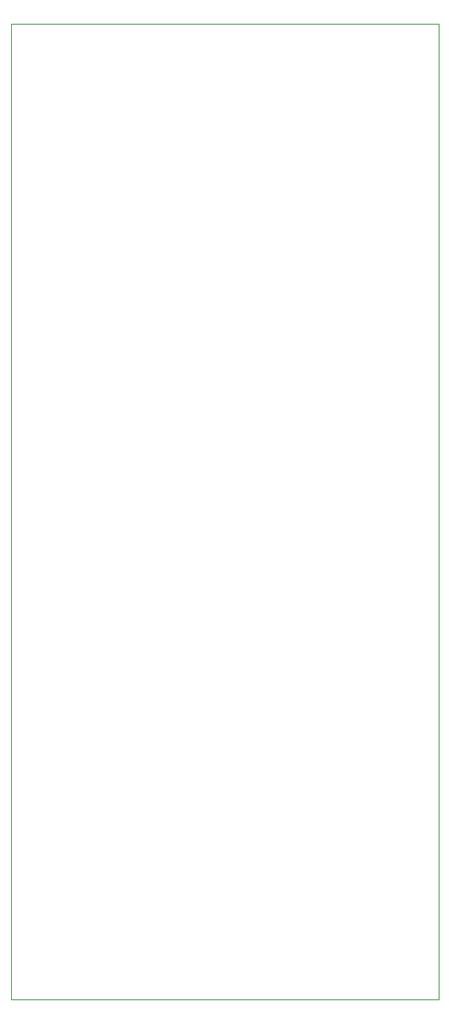
<source format=gbs>
*%FSLAX23Y23*%
*%MOIN*%
G01*
D14*
X9100Y10050D02*
X10900D01*
Y5950D02*
X9100D01*
Y10050D01*
X10900D02*
Y5950D01*
D17*
X10800Y6300D02*
D03*
X10295Y8200D02*
D03*
X10240Y8300D02*
D03*
X10275Y8900D02*
D03*
X10355Y7470D02*
D03*
X10375Y6550D02*
D03*
X10100Y9075D02*
D03*
X10050Y8350D02*
D03*
X10015Y8200D02*
D03*
X10125Y7025D02*
D03*
X10075Y7075D02*
D03*
X10050Y8155D02*
D03*
X9975Y8450D02*
D03*
Y7500D02*
D03*
Y7550D02*
D03*
Y8000D02*
D03*
X9900Y6300D02*
D03*
X9700Y8500D02*
D03*
X9665Y8640D02*
D03*
X9765Y7285D02*
D03*
X9700Y7400D02*
D03*
X9665Y7125D02*
D03*
Y7900D02*
D03*
X9465Y9800D02*
D03*
X9550Y9075D02*
D03*
X9425Y9525D02*
D03*
X9500Y7250D02*
D03*
Y7450D02*
D03*
Y8155D02*
D03*
X9465Y8000D02*
D03*
X9485Y6815D02*
D03*
X9425Y8100D02*
D03*
Y6550D02*
D03*
X9385Y8600D02*
D03*
X9325Y9000D02*
D03*
X9285Y8200D02*
D03*
X9250Y8950D02*
D03*
X9325Y7000D02*
D03*
X9385Y7650D02*
D03*
X9325Y7200D02*
D03*
Y8050D02*
D03*
X9385Y6515D02*
D03*
X9375Y6400D02*
D03*
X9150Y9650D02*
D03*
X9160Y7285D02*
D03*
X9145Y6850D02*
D03*
D20*
X10075Y9000D02*
D03*
X10175D02*
D03*
X9685Y9025D02*
D03*
X9985D02*
D03*
X10075Y7200D02*
D03*
X10175D02*
D03*
X9975Y7075D02*
D03*
X10275D02*
D03*
X10000Y6990D02*
D03*
X10300D02*
D03*
X9900Y6875D02*
D03*
X10000D02*
D03*
X10100D02*
D03*
X10200D02*
D03*
X10300D02*
D03*
X10400D02*
D03*
X10500D02*
D03*
X10600D02*
D03*
X10700D02*
D03*
X10242Y7275D02*
D03*
Y7575D02*
D03*
X9675Y6025D02*
D03*
X9975D02*
D03*
X10300Y6450D02*
D03*
Y6350D02*
D03*
Y6150D02*
D03*
X10700D02*
D03*
Y6250D02*
D03*
Y6450D02*
D03*
X9750Y9900D02*
D03*
Y9800D02*
D03*
Y9600D02*
D03*
X10150D02*
D03*
Y9700D02*
D03*
Y9900D02*
D03*
X9200D02*
D03*
Y9800D02*
D03*
Y9600D02*
D03*
X9600D02*
D03*
Y9700D02*
D03*
Y9900D02*
D03*
X9200Y9450D02*
D03*
Y9350D02*
D03*
Y9150D02*
D03*
X9600D02*
D03*
Y9250D02*
D03*
Y9450D02*
D03*
X9750D02*
D03*
Y9350D02*
D03*
Y9150D02*
D03*
X10150D02*
D03*
Y9250D02*
D03*
Y9450D02*
D03*
X9200Y9000D02*
D03*
Y8900D02*
D03*
Y8700D02*
D03*
X9600D02*
D03*
Y8800D02*
D03*
Y9000D02*
D03*
X9200Y8550D02*
D03*
Y8450D02*
D03*
Y8250D02*
D03*
X9600D02*
D03*
Y8350D02*
D03*
Y8550D02*
D03*
X9750D02*
D03*
Y8450D02*
D03*
Y8250D02*
D03*
X10150D02*
D03*
Y8350D02*
D03*
Y8550D02*
D03*
X10550Y6650D02*
D03*
X10450D02*
D03*
X10350D02*
D03*
X10250D02*
D03*
X10150D02*
D03*
X10050D02*
D03*
X9950D02*
D03*
X9850D02*
D03*
X10500Y6750D02*
D03*
X10400D02*
D03*
X10300D02*
D03*
X10200D02*
D03*
X10100D02*
D03*
X10000D02*
D03*
X9900D02*
D03*
X9800D02*
D03*
X9625Y6682D02*
D03*
X9325D02*
D03*
X9550Y6752D02*
D03*
X9250D02*
D03*
X9200Y8100D02*
D03*
Y8000D02*
D03*
Y7800D02*
D03*
X9600D02*
D03*
Y7900D02*
D03*
Y8100D02*
D03*
X9750D02*
D03*
Y8000D02*
D03*
Y7800D02*
D03*
X10150D02*
D03*
Y7900D02*
D03*
Y8100D02*
D03*
X9200Y7650D02*
D03*
Y7550D02*
D03*
Y7350D02*
D03*
X9600D02*
D03*
Y7450D02*
D03*
Y7650D02*
D03*
X9750D02*
D03*
Y7550D02*
D03*
Y7350D02*
D03*
X10150D02*
D03*
Y7450D02*
D03*
Y7650D02*
D03*
X9200Y7200D02*
D03*
Y7100D02*
D03*
Y6900D02*
D03*
X9600D02*
D03*
Y7000D02*
D03*
Y7200D02*
D03*
X9625Y6602D02*
D03*
X9325D02*
D03*
X9200Y6450D02*
D03*
Y6350D02*
D03*
Y6150D02*
D03*
X9600D02*
D03*
Y6250D02*
D03*
Y6450D02*
D03*
X9750D02*
D03*
Y6350D02*
D03*
Y6150D02*
D03*
X10150D02*
D03*
Y6250D02*
D03*
Y6450D02*
D03*
D22*
X9750Y6675D02*
D03*
D25*
X9800Y8850D02*
D03*
Y7050D02*
D03*
D27*
X10500Y9750D02*
D03*
Y8850D02*
D03*
Y7050D02*
D03*
Y7950D02*
D03*
D31*
Y8400D02*
D03*
Y9300D02*
D03*
X10496Y7496D02*
D03*
D34*
X10800Y6875D02*
D03*
M02*

</source>
